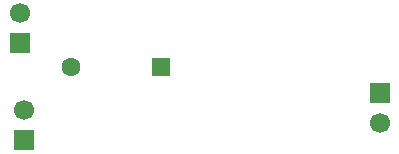
<source format=gbr>
%TF.GenerationSoftware,KiCad,Pcbnew,9.0.4*%
%TF.CreationDate,2025-10-16T10:52:12+01:00*%
%TF.ProjectId,tinySolarSupply,74696e79-536f-46c6-9172-537570706c79,rev?*%
%TF.SameCoordinates,Original*%
%TF.FileFunction,Soldermask,Bot*%
%TF.FilePolarity,Negative*%
%FSLAX46Y46*%
G04 Gerber Fmt 4.6, Leading zero omitted, Abs format (unit mm)*
G04 Created by KiCad (PCBNEW 9.0.4) date 2025-10-16 10:52:12*
%MOMM*%
%LPD*%
G01*
G04 APERTURE LIST*
G04 Aperture macros list*
%AMRoundRect*
0 Rectangle with rounded corners*
0 $1 Rounding radius*
0 $2 $3 $4 $5 $6 $7 $8 $9 X,Y pos of 4 corners*
0 Add a 4 corners polygon primitive as box body*
4,1,4,$2,$3,$4,$5,$6,$7,$8,$9,$2,$3,0*
0 Add four circle primitives for the rounded corners*
1,1,$1+$1,$2,$3*
1,1,$1+$1,$4,$5*
1,1,$1+$1,$6,$7*
1,1,$1+$1,$8,$9*
0 Add four rect primitives between the rounded corners*
20,1,$1+$1,$2,$3,$4,$5,0*
20,1,$1+$1,$4,$5,$6,$7,0*
20,1,$1+$1,$6,$7,$8,$9,0*
20,1,$1+$1,$8,$9,$2,$3,0*%
G04 Aperture macros list end*
%ADD10RoundRect,0.250000X0.550000X0.550000X-0.550000X0.550000X-0.550000X-0.550000X0.550000X-0.550000X0*%
%ADD11C,1.600000*%
%ADD12R,1.700000X1.700000*%
%ADD13C,1.700000*%
G04 APERTURE END LIST*
D10*
%TO.C,J3*%
X117000000Y-144000000D03*
D11*
X109380000Y-144000000D03*
%TD*%
D12*
%TO.C,J1*%
X135500000Y-146225000D03*
D13*
X135500000Y-148765000D03*
%TD*%
D12*
%TO.C,J2*%
X105335000Y-150215000D03*
D13*
X105335000Y-147675000D03*
%TD*%
D12*
%TO.C,J4*%
X105000000Y-142000000D03*
D13*
X105000000Y-139460000D03*
%TD*%
M02*

</source>
